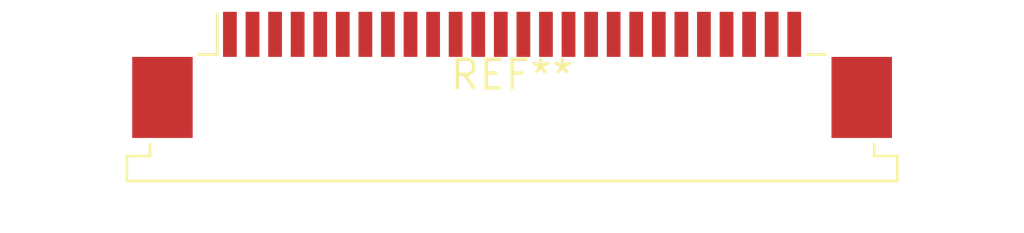
<source format=kicad_pcb>
(kicad_pcb (version 20240108) (generator pcbnew)
  (layers (0 "F.Cu" signal) (31 "B.Cu" signal) (34 "B.Paste" user) (35 "F.Paste" user) (36 "B.SilkS" user "B.Silkscreen") (37 "F.SilkS" user "F.Silkscreen") (38 "B.Mask" user) (39 "F.Mask" user) (44 "Edge.Cuts" user))
  (net 0 "")
  (footprint "TE_2-84952-6_1x26-1MP_P1.0mm_Horizontal" (layer "F.Cu") (at 0 0)
    (property "Reference" "REF**")
    (property "Value" "TE_2-84952-6_1x26-1MP_P1.0mm_Horizontal")
    (fp_line (start -17.07 3.6) (end -16.045 3.6) (layer "F.SilkS") (stroke (width 0.12)))
    (fp_line (start -17.07 4.71) (end -17.07 3.6) (layer "F.SilkS") (stroke (width 0.12)))
    (fp_line (start -16.045 3.6) (end -16.045 3.06) (layer "F.SilkS") (stroke (width 0.12)))
    (fp_line (start -13.89 -0.91) (end -13.065 -0.91) (layer "F.SilkS") (stroke (width 0.12)))
    (fp_line (start -13.065 -0.91) (end -13.065 -2.71) (layer "F.SilkS") (stroke (width 0.12)))
    (fp_line (start 13.065 -0.91) (end 13.89 -0.91) (layer "F.SilkS") (stroke (width 0.12)))
    (fp_line (start 16.045 3.06) (end 16.045 3.6) (layer "F.SilkS") (stroke (width 0.12)))
    (fp_line (start 16.045 3.6) (end 17.07 3.6) (layer "F.SilkS") (stroke (width 0.12)))
    (fp_line (start 17.07 3.6) (end 17.07 4.71) (layer "F.SilkS") (stroke (width 0.12)))
    (fp_line (start 17.07 4.71) (end -17.07 4.71) (layer "F.SilkS") (stroke (width 0.12)))
    (pad "1" smd rect (at -12.5 -1.8) (size 0.61 2) (layers "F.Cu" "F.Paste" "F.Mask"))
    (pad "2" smd rect (at -11.5 -1.8) (size 0.61 2) (layers "F.Cu" "F.Paste" "F.Mask"))
    (pad "3" smd rect (at -10.5 -1.8) (size 0.61 2) (layers "F.Cu" "F.Paste" "F.Mask"))
    (pad "4" smd rect (at -9.5 -1.8) (size 0.61 2) (layers "F.Cu" "F.Paste" "F.Mask"))
    (pad "5" smd rect (at -8.5 -1.8) (size 0.61 2) (layers "F.Cu" "F.Paste" "F.Mask"))
    (pad "6" smd rect (at -7.5 -1.8) (size 0.61 2) (layers "F.Cu" "F.Paste" "F.Mask"))
    (pad "7" smd rect (at -6.5 -1.8) (size 0.61 2) (layers "F.Cu" "F.Paste" "F.Mask"))
    (pad "8" smd rect (at -5.5 -1.8) (size 0.61 2) (layers "F.Cu" "F.Paste" "F.Mask"))
    (pad "9" smd rect (at -4.5 -1.8) (size 0.61 2) (layers "F.Cu" "F.Paste" "F.Mask"))
    (pad "10" smd rect (at -3.5 -1.8) (size 0.61 2) (layers "F.Cu" "F.Paste" "F.Mask"))
    (pad "11" smd rect (at -2.5 -1.8) (size 0.61 2) (layers "F.Cu" "F.Paste" "F.Mask"))
    (pad "12" smd rect (at -1.5 -1.8) (size 0.61 2) (layers "F.Cu" "F.Paste" "F.Mask"))
    (pad "13" smd rect (at -0.5 -1.8) (size 0.61 2) (layers "F.Cu" "F.Paste" "F.Mask"))
    (pad "14" smd rect (at 0.5 -1.8) (size 0.61 2) (layers "F.Cu" "F.Paste" "F.Mask"))
    (pad "15" smd rect (at 1.5 -1.8) (size 0.61 2) (layers "F.Cu" "F.Paste" "F.Mask"))
    (pad "16" smd rect (at 2.5 -1.8) (size 0.61 2) (layers "F.Cu" "F.Paste" "F.Mask"))
    (pad "17" smd rect (at 3.5 -1.8) (size 0.61 2) (layers "F.Cu" "F.Paste" "F.Mask"))
    (pad "18" smd rect (at 4.5 -1.8) (size 0.61 2) (layers "F.Cu" "F.Paste" "F.Mask"))
    (pad "19" smd rect (at 5.5 -1.8) (size 0.61 2) (layers "F.Cu" "F.Paste" "F.Mask"))
    (pad "20" smd rect (at 6.5 -1.8) (size 0.61 2) (layers "F.Cu" "F.Paste" "F.Mask"))
    (pad "21" smd rect (at 7.5 -1.8) (size 0.61 2) (layers "F.Cu" "F.Paste" "F.Mask"))
    (pad "22" smd rect (at 8.5 -1.8) (size 0.61 2) (layers "F.Cu" "F.Paste" "F.Mask"))
    (pad "23" smd rect (at 9.5 -1.8) (size 0.61 2) (layers "F.Cu" "F.Paste" "F.Mask"))
    (pad "24" smd rect (at 10.5 -1.8) (size 0.61 2) (layers "F.Cu" "F.Paste" "F.Mask"))
    (pad "25" smd rect (at 11.5 -1.8) (size 0.61 2) (layers "F.Cu" "F.Paste" "F.Mask"))
    (pad "26" smd rect (at 12.5 -1.8) (size 0.61 2) (layers "F.Cu" "F.Paste" "F.Mask"))
    (pad "MP" smd rect (at -15.49 1) (size 2.68 3.6) (layers "F.Cu" "F.Paste" "F.Mask"))
    (pad "MP" smd rect (at 15.49 1) (size 2.68 3.6) (layers "F.Cu" "F.Paste" "F.Mask"))
  )
)
</source>
